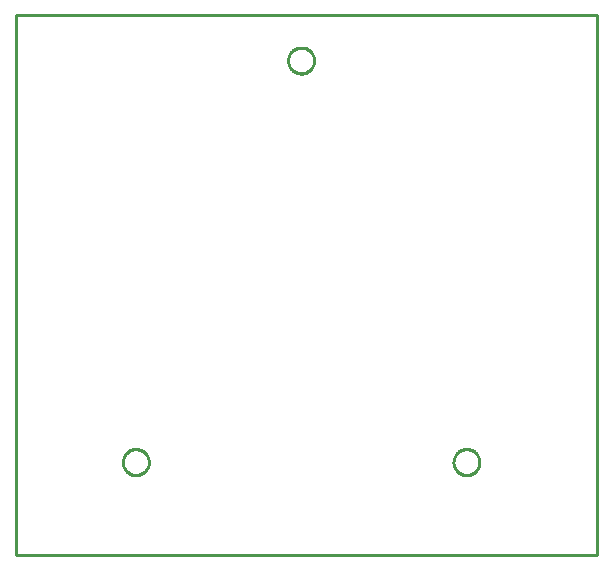
<source format=gbr>
G04 EAGLE Gerber RS-274X export*
G75*
%MOMM*%
%FSLAX34Y34*%
%LPD*%
%IN*%
%IPPOS*%
%AMOC8*
5,1,8,0,0,1.08239X$1,22.5*%
G01*
%ADD10C,0.254000*%


D10*
X0Y0D02*
X492000Y0D01*
X492000Y457100D01*
X100Y457200D01*
X0Y0D01*
X112300Y78168D02*
X112232Y77306D01*
X112097Y76452D01*
X111895Y75612D01*
X111628Y74790D01*
X111297Y73991D01*
X110905Y73221D01*
X110453Y72484D01*
X109945Y71785D01*
X109384Y71127D01*
X108773Y70516D01*
X108115Y69955D01*
X107416Y69447D01*
X106679Y68995D01*
X105909Y68603D01*
X105110Y68272D01*
X104288Y68005D01*
X103448Y67803D01*
X102594Y67668D01*
X101732Y67600D01*
X100868Y67600D01*
X100006Y67668D01*
X99152Y67803D01*
X98312Y68005D01*
X97490Y68272D01*
X96691Y68603D01*
X95921Y68995D01*
X95184Y69447D01*
X94485Y69955D01*
X93827Y70516D01*
X93216Y71127D01*
X92655Y71785D01*
X92147Y72484D01*
X91695Y73221D01*
X91303Y73991D01*
X90972Y74790D01*
X90705Y75612D01*
X90503Y76452D01*
X90368Y77306D01*
X90300Y78168D01*
X90300Y79032D01*
X90368Y79894D01*
X90503Y80748D01*
X90705Y81588D01*
X90972Y82410D01*
X91303Y83209D01*
X91695Y83979D01*
X92147Y84716D01*
X92655Y85415D01*
X93216Y86073D01*
X93827Y86684D01*
X94485Y87245D01*
X95184Y87753D01*
X95921Y88205D01*
X96691Y88597D01*
X97490Y88928D01*
X98312Y89195D01*
X99152Y89397D01*
X100006Y89532D01*
X100868Y89600D01*
X101732Y89600D01*
X102594Y89532D01*
X103448Y89397D01*
X104288Y89195D01*
X105110Y88928D01*
X105909Y88597D01*
X106679Y88205D01*
X107416Y87753D01*
X108115Y87245D01*
X108773Y86684D01*
X109384Y86073D01*
X109945Y85415D01*
X110453Y84716D01*
X110905Y83979D01*
X111297Y83209D01*
X111628Y82410D01*
X111895Y81588D01*
X112097Y80748D01*
X112232Y79894D01*
X112300Y79032D01*
X112300Y78168D01*
X392300Y78168D02*
X392232Y77306D01*
X392097Y76452D01*
X391895Y75612D01*
X391628Y74790D01*
X391297Y73991D01*
X390905Y73221D01*
X390453Y72484D01*
X389945Y71785D01*
X389384Y71127D01*
X388773Y70516D01*
X388115Y69955D01*
X387416Y69447D01*
X386679Y68995D01*
X385909Y68603D01*
X385110Y68272D01*
X384288Y68005D01*
X383448Y67803D01*
X382594Y67668D01*
X381732Y67600D01*
X380868Y67600D01*
X380006Y67668D01*
X379152Y67803D01*
X378312Y68005D01*
X377490Y68272D01*
X376691Y68603D01*
X375921Y68995D01*
X375184Y69447D01*
X374485Y69955D01*
X373827Y70516D01*
X373216Y71127D01*
X372655Y71785D01*
X372147Y72484D01*
X371695Y73221D01*
X371303Y73991D01*
X370972Y74790D01*
X370705Y75612D01*
X370503Y76452D01*
X370368Y77306D01*
X370300Y78168D01*
X370300Y79032D01*
X370368Y79894D01*
X370503Y80748D01*
X370705Y81588D01*
X370972Y82410D01*
X371303Y83209D01*
X371695Y83979D01*
X372147Y84716D01*
X372655Y85415D01*
X373216Y86073D01*
X373827Y86684D01*
X374485Y87245D01*
X375184Y87753D01*
X375921Y88205D01*
X376691Y88597D01*
X377490Y88928D01*
X378312Y89195D01*
X379152Y89397D01*
X380006Y89532D01*
X380868Y89600D01*
X381732Y89600D01*
X382594Y89532D01*
X383448Y89397D01*
X384288Y89195D01*
X385110Y88928D01*
X385909Y88597D01*
X386679Y88205D01*
X387416Y87753D01*
X388115Y87245D01*
X388773Y86684D01*
X389384Y86073D01*
X389945Y85415D01*
X390453Y84716D01*
X390905Y83979D01*
X391297Y83209D01*
X391628Y82410D01*
X391895Y81588D01*
X392097Y80748D01*
X392232Y79894D01*
X392300Y79032D01*
X392300Y78168D01*
X252300Y418168D02*
X252232Y417306D01*
X252097Y416452D01*
X251895Y415612D01*
X251628Y414790D01*
X251297Y413991D01*
X250905Y413221D01*
X250453Y412484D01*
X249945Y411785D01*
X249384Y411127D01*
X248773Y410516D01*
X248115Y409955D01*
X247416Y409447D01*
X246679Y408995D01*
X245909Y408603D01*
X245110Y408272D01*
X244288Y408005D01*
X243448Y407803D01*
X242594Y407668D01*
X241732Y407600D01*
X240868Y407600D01*
X240006Y407668D01*
X239152Y407803D01*
X238312Y408005D01*
X237490Y408272D01*
X236691Y408603D01*
X235921Y408995D01*
X235184Y409447D01*
X234485Y409955D01*
X233827Y410516D01*
X233216Y411127D01*
X232655Y411785D01*
X232147Y412484D01*
X231695Y413221D01*
X231303Y413991D01*
X230972Y414790D01*
X230705Y415612D01*
X230503Y416452D01*
X230368Y417306D01*
X230300Y418168D01*
X230300Y419032D01*
X230368Y419894D01*
X230503Y420748D01*
X230705Y421588D01*
X230972Y422410D01*
X231303Y423209D01*
X231695Y423979D01*
X232147Y424716D01*
X232655Y425415D01*
X233216Y426073D01*
X233827Y426684D01*
X234485Y427245D01*
X235184Y427753D01*
X235921Y428205D01*
X236691Y428597D01*
X237490Y428928D01*
X238312Y429195D01*
X239152Y429397D01*
X240006Y429532D01*
X240868Y429600D01*
X241732Y429600D01*
X242594Y429532D01*
X243448Y429397D01*
X244288Y429195D01*
X245110Y428928D01*
X245909Y428597D01*
X246679Y428205D01*
X247416Y427753D01*
X248115Y427245D01*
X248773Y426684D01*
X249384Y426073D01*
X249945Y425415D01*
X250453Y424716D01*
X250905Y423979D01*
X251297Y423209D01*
X251628Y422410D01*
X251895Y421588D01*
X252097Y420748D01*
X252232Y419894D01*
X252300Y419032D01*
X252300Y418168D01*
M02*

</source>
